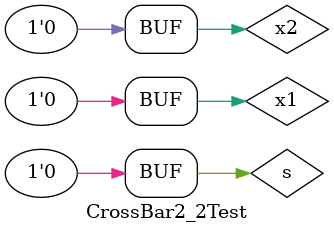
<source format=v>
`timescale 1ns / 1ps


module CrossBar2_2Test( );
reg s ,x1,x2;
wire y1,y2;
CrossBar2_2 instance_Cross(s,x1,x2,y1,y2);
initial begin
s=0; x1=1; x2=0 ;
#100 s=1; x1=1; x2=0 ;
#100 s=1; x1="z"; x2=0 ;
#100 s=1; x1=1; x2="z" ;
#100 s=0; x1="z"; x2=0 ;

end
endmodule

</source>
